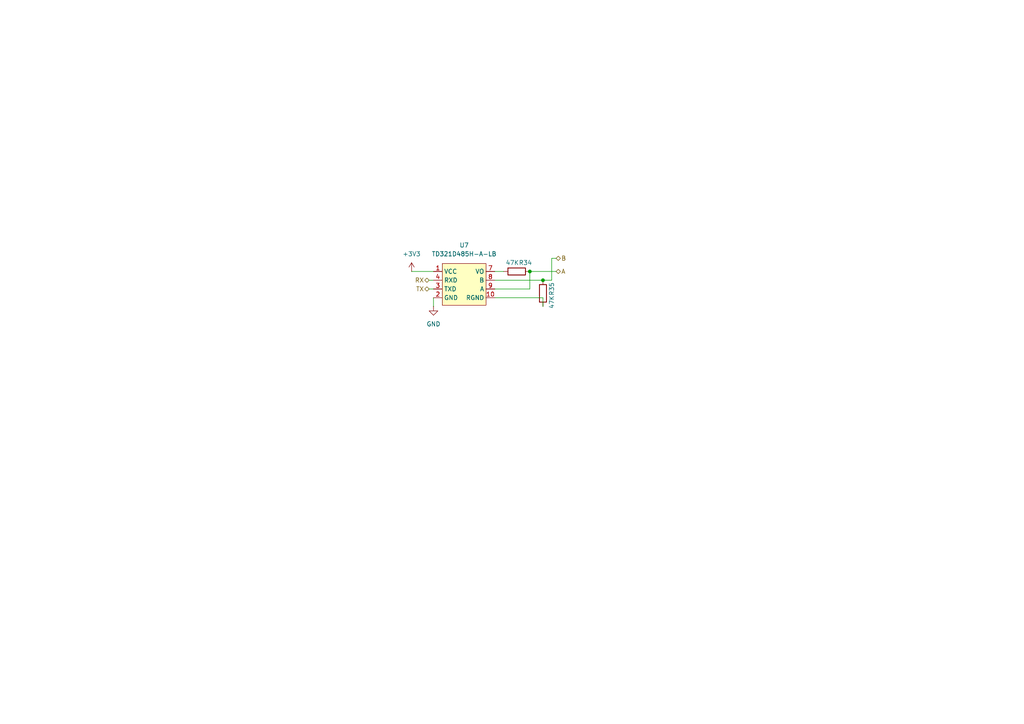
<source format=kicad_sch>
(kicad_sch (version 20250114) (generator "eeschema") (generator_version "9.0")
  (paper "A4")
  (lib_symbols
    (symbol "PCM_Resistor_AKL:R_0603" (pin_numbers (hide yes)) (pin_names (offset 0))
      (property "Reference" "R" (at 2.54 1.27 0))
      (property "Value" "R_0603" (at 2.54 -1.27 0))
      (symbol "R_0603_0_1"
        (rectangle (start -1.016 2.54) (end 1.016 -2.54) (stroke (width 0.254)))
      )
      (symbol "R_0603_0_2"
        (polyline (pts (xy -2.54 -2.54) (xy -1.524 -1.524)))
        (polyline (pts (xy 1.524 1.524) (xy 2.54 2.54)))
        (polyline (pts (xy 1.524 1.524) (xy 0.889 2.159) (xy -2.159 -0.889) (xy -0.889 -2.159) (xy 2.159 0.889) (xy 1.524 1.524)) (stroke (width 0.254)))
      )
      (symbol "R_0603_1_1"
        (pin passive line (at 0 3.81 270) (length 1.27) (name "~") (number "1"))
        (pin passive line (at 0 -3.81 90) (length 1.27) (name "~") (number "2"))
      )
      (symbol "R_0603_1_2"
        (pin passive line (at -2.54 -2.54 0) (length 0) (name "") (number "2"))
        (pin passive line (at 2.54 2.54 180) (length 0) (name "") (number "1"))
      )
    )
    (symbol "RS_485_BUS_MODULE:TD321D485H-A-LB"
      (property "Reference" "U" (at 0 0 0))
      (property "Value" "TD321D485H-A-LB" (at 0 -7.366 0))
      (symbol "TD321D485H-A-LB_1_1"
        (rectangle (start -6.35 6.096) (end 6.3498 -5.969) (fill (type background)))
        (pin power_in line (at -8.89 3.81 0) (length 2.54) (name "VCC") (number "1"))
        (pin bidirectional line (at -8.89 1.27 0) (length 2.54) (name "RXD") (number "4"))
        (pin bidirectional line (at -8.89 -1.27 0) (length 2.54) (name "TXD") (number "3"))
        (pin power_in line (at -8.89 -3.81 0) (length 2.54) (name "GND") (number "2"))
        (pin power_in line (at 8.89 3.81 180) (length 2.54) (name "VO") (number "7"))
        (pin bidirectional line (at 8.89 1.27 180) (length 2.54) (name "B") (number "8"))
        (pin bidirectional line (at 8.89 -1.27 180) (length 2.54) (name "A") (number "9"))
        (pin power_in line (at 8.89 -3.81 180) (length 2.54) (name "RGND") (number "10"))
      )
    )
    (symbol "power:+3V3" (power) (pin_numbers (hide yes)) (pin_names (offset 0) (hide yes))
      (property "Value" "+3V3" (at 0 3.556 0))
      (symbol "+3V3_0_1"
        (polyline (pts (xy -0.762 1.27) (xy 0 2.54)))
        (polyline (pts (xy 0 2.54) (xy 0.762 1.27)))
        (polyline (pts (xy 0 0) (xy 0 2.54)))
      )
      (symbol "+3V3_1_1"
        (pin power_in line (at 0 0 90) (length 0) (name "~") (number "1"))
      )
    )
    (symbol "power:GND" (power) (pin_numbers (hide yes)) (pin_names (offset 0) (hide yes))
      (property "Value" "GND" (at 0 -3.81 0))
      (symbol "GND_0_1"
        (polyline (pts (xy 0 0) (xy 0 -1.27) (xy 1.27 -1.27) (xy 0 -2.54) (xy -1.27 -1.27) (xy 0 -1.27)))
      )
      (symbol "GND_1_1"
        (pin power_in line (at 0 0 270) (length 0) (name "~") (number "1"))
      )
    )
  )
  (junction (at 153.67 78.74))
  (junction (at 157.48 81.28))
  (wire (pts (xy 160.02 81.28) (xy 157.48 81.28)))
  (wire (pts (xy 161.29 74.93) (xy 160.02 74.93)))
  (wire (pts (xy 153.67 83.82) (xy 143.51 83.82)))
  (wire (pts (xy 125.73 83.82) (xy 124.46 83.82)))
  (wire (pts (xy 160.02 74.93) (xy 160.02 81.28)))
  (wire (pts (xy 143.51 81.28) (xy 157.48 81.28)))
  (wire (pts (xy 157.48 86.36) (xy 157.48 88.9)))
  (wire (pts (xy 125.73 81.28) (xy 124.46 81.28)))
  (wire (pts (xy 143.51 86.36) (xy 157.48 86.36)))
  (wire (pts (xy 153.67 78.74) (xy 161.29 78.74)))
  (wire (pts (xy 119.38 78.74) (xy 125.73 78.74)))
  (wire (pts (xy 143.51 78.74) (xy 146.05 78.74)))
  (wire (pts (xy 153.67 78.74) (xy 153.67 83.82)))
  (wire (pts (xy 125.73 86.36) (xy 125.73 88.9)))
  (hierarchical_label "TX" (shape bidirectional) (at 124.46 83.82 180))
  (hierarchical_label "A" (shape bidirectional) (at 161.29 78.74 0))
  (hierarchical_label "RX" (shape bidirectional) (at 124.46 81.28 180))
  (hierarchical_label "B" (shape bidirectional) (at 161.29 74.93 0))
  (symbol (lib_id "RS_485_BUS_MODULE:TD321D485H-A-LB") (at 134.62 82.55 0) (unit 1)
    (property "Reference" "U7" (at 134.62 71.12 0))
    (property "Value" "TD321D485H-A-LB" (at 134.62 73.66 0))
    (property "Footprint" "TD321D485H-A-LB:TD321D485H-A-LB" (effects (hide yes)))
    (property "Datasheet" "https://lcsc.com/product-detail/RS485-Bus-Modules_YLPTEC-TD321D485H-A-LB_C42389629.html?s_z=n_rs485%2520bus%2520modules" (effects (hide yes)))
  )
  (symbol (lib_id "PCM_Resistor_AKL:R_0603") (at 149.86 78.74 90) (unit 1)
    (property "Reference" "R34" (at 152.4 76.2 90))
    (property "Value" "47K" (at 148.59 76.2 90))
    (property "Footprint" "PCM_Resistor_SMD_AKL:R_0603_1608Metric" (effects (hide yes)))
    (property "Description" "SMD 0603 Chip Resistor, European Symbol, Alternate KiCad Library" (effects (hide yes)))
  )
  (symbol (lib_id "power:+3V3") (at 119.38 78.74 0) (unit 1)
    (property "Reference" "#PWR051" (effects (hide yes)))
    (property "Value" "+3V3" (at 119.38 73.66 0))
    (property "Description" "Power symbol creates a global label with name \"+3V3\"" (effects (hide yes)))
  )
  (symbol (lib_id "PCM_Resistor_AKL:R_0603") (at 157.48 85.09 180) (unit 1)
    (property "Reference" "R35" (at 160.02 83.82 90))
    (property "Value" "47K" (at 160.02 87.63 90))
    (property "Footprint" "PCM_Resistor_SMD_AKL:R_0603_1608Metric" (effects (hide yes)))
    (property "Description" "SMD 0603 Chip Resistor, European Symbol, Alternate KiCad Library" (effects (hide yes)))
  )
  (symbol (lib_id "power:GND") (at 125.73 88.9 0) (unit 1)
    (property "Reference" "#PWR052" (effects (hide yes)))
    (property "Value" "GND" (at 125.73 93.98 0))
    (property "Description" "Power symbol creates a global label with name \"GND\" , ground" (effects (hide yes)))
  )
)
</source>
